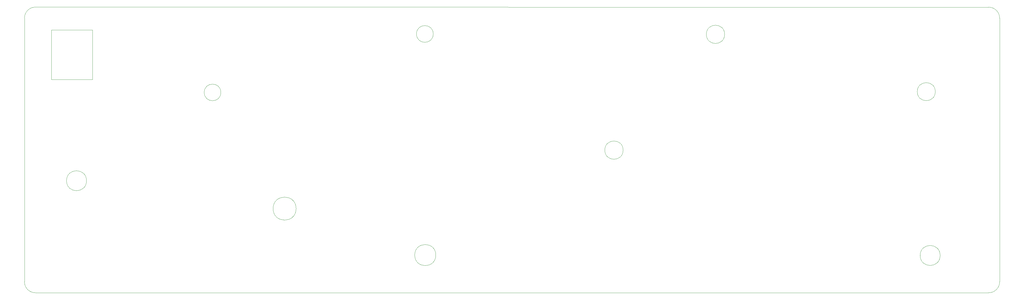
<source format=gbr>
%TF.GenerationSoftware,KiCad,Pcbnew,5.99.0+really5.1.10+dfsg1-1*%
%TF.CreationDate,2021-06-30T17:07:38-04:00*%
%TF.ProjectId,Pikatea Keyboard Teensy2,50696b61-7465-4612-904b-6579626f6172,rev?*%
%TF.SameCoordinates,Original*%
%TF.FileFunction,Profile,NP*%
%FSLAX46Y46*%
G04 Gerber Fmt 4.6, Leading zero omitted, Abs format (unit mm)*
G04 Created by KiCad (PCBNEW 5.99.0+really5.1.10+dfsg1-1) date 2021-06-30 17:07:38*
%MOMM*%
%LPD*%
G01*
G04 APERTURE LIST*
%TA.AperFunction,Profile*%
%ADD10C,0.050000*%
%TD*%
G04 APERTURE END LIST*
D10*
X-18542000Y-72517000D02*
X-32004000Y-72517000D01*
X-18542000Y-88773000D02*
X-18542000Y-72517000D01*
X-32004000Y-88773000D02*
X-18542000Y-88773000D01*
X-32004000Y-72517000D02*
X-32004000Y-88773000D01*
X-20471514Y-121920000D02*
G75*
G03*
X-20471514Y-121920000I-3277486J0D01*
G01*
X259309486Y-146431000D02*
G75*
G03*
X259309486Y-146431000I-3277486J0D01*
G01*
X257715945Y-92710000D02*
G75*
G03*
X257715945Y-92710000I-2953945J0D01*
G01*
X93171430Y-73787000D02*
G75*
G03*
X93171430Y-73787000I-2747430J0D01*
G01*
X188671308Y-73914000D02*
G75*
G03*
X188671308Y-73914000I-2997308J0D01*
G01*
X155400000Y-111887000D02*
G75*
G03*
X155400000Y-111887000I-3000000J0D01*
G01*
X94005774Y-146304000D02*
G75*
G03*
X94005774Y-146304000I-3454774J0D01*
G01*
X48221708Y-131064000D02*
G75*
G03*
X48221708Y-131064000I-3771708J0D01*
G01*
X23554806Y-92964000D02*
G75*
G03*
X23554806Y-92964000I-2726806J0D01*
G01*
X-40811000Y-68580000D02*
G75*
G02*
X-37211000Y-64980000I3600000J0D01*
G01*
X-37211000Y-158667000D02*
G75*
G02*
X-40811000Y-155067000I0J3600000D01*
G01*
X278809000Y-155067000D02*
G75*
G02*
X275209000Y-158667000I-3600000J0D01*
G01*
X275200000Y-65000000D02*
G75*
G02*
X278800000Y-68600000I0J-3600000D01*
G01*
X-40811000Y-155067000D02*
X-40811000Y-68580000D01*
X275200000Y-65000000D02*
X-37211000Y-64980000D01*
X278800000Y-68600000D02*
X278809000Y-155067000D01*
X-37211000Y-158667000D02*
X275209000Y-158667000D01*
M02*

</source>
